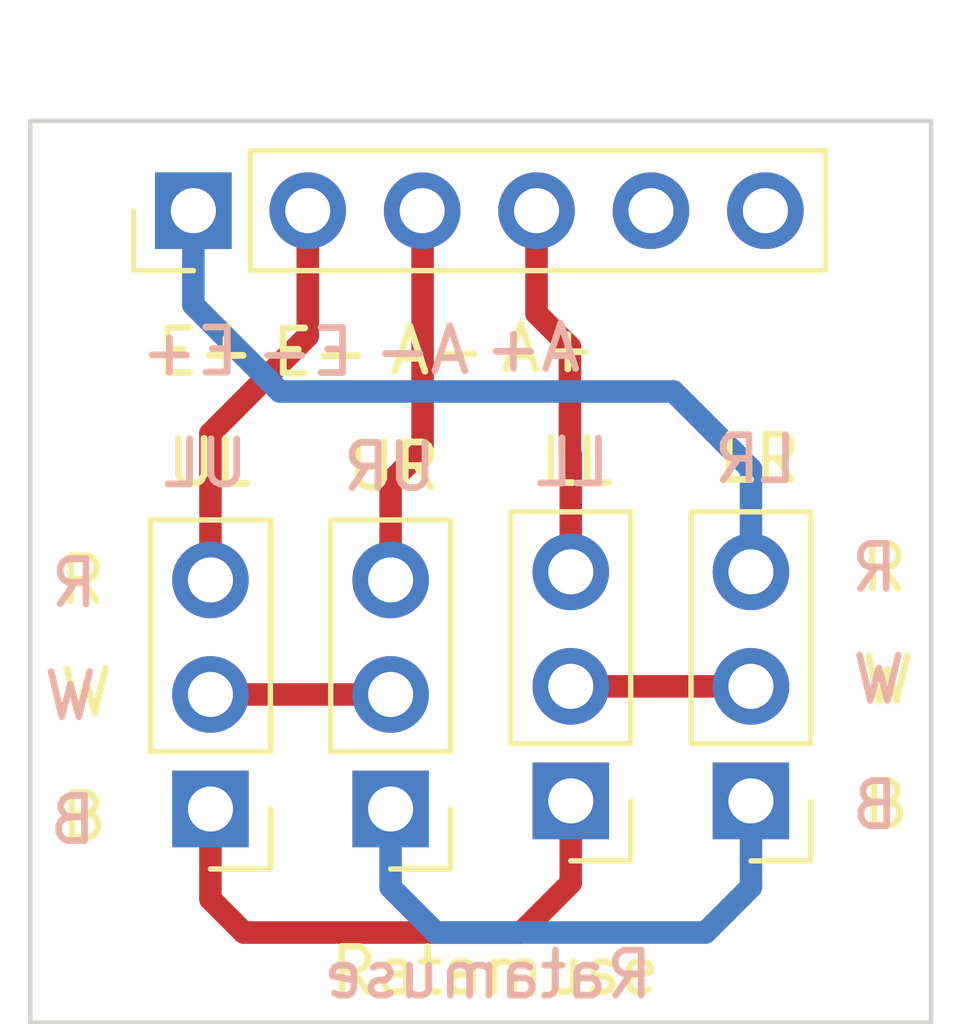
<source format=kicad_pcb>
(kicad_pcb (version 20221018) (generator pcbnew)
  (layers (0 "F.Cu" signal) (31 "B.Cu" signal) (34 "B.Paste" user) (35 "F.Paste" user) (36 "B.SilkS" user "B.Silkscreen") (37 "F.SilkS" user "F.Silkscreen") (38 "B.Mask" user) (39 "F.Mask" user) (44 "Edge.Cuts" user))
  (net 0 "")
  (net 1 "Net-(J1-Pin_1)")
  (net 2 "Net-(J1-Pin_2)")
  (net 3 "Net-(J1-Pin_3)")
  (net 4 "Net-(J2-Pin_1)")
  (net 5 "Net-(J2-Pin_3)")
  (net 6 "Net-(J2-Pin_4)")
  (net 8 "Net-(J3-Pin_1)")
  (net 9 "Net-(J4-Pin_2)")
  (footprint "Connector_PinHeader_2.54mm:PinHeader_1x03_P2.54mm_Vertical" (layer "F.Cu") (at 133 65.08 180)
    (fp_text reference "J4" hide)
    (fp_text value "Conn_01x03")
    (fp_line (start -1.33 -1.33) (end 0 -1.33) (stroke (width 0.12)) (layer "F.SilkS"))
    (fp_line (start -1.33 0) (end -1.33 -1.33) (stroke (width 0.12)) (layer "F.SilkS"))
    (fp_line (start -1.33 1.27) (end -1.33 6.41) (stroke (width 0.12)) (layer "F.SilkS"))
    (fp_line (start -1.33 1.27) (end 1.33 1.27) (stroke (width 0.12)) (layer "F.SilkS"))
    (fp_line (start -1.33 6.41) (end 1.33 6.41) (stroke (width 0.12)) (layer "F.SilkS"))
    (fp_line (start 1.33 1.27) (end 1.33 6.41) (stroke (width 0.12)) (layer "F.SilkS"))
    (pad "1" thru_hole rect (at 0 0 180) (size 1.7 1.7) (drill 1) (layers "*.Cu" "*.Mask") (net 1 "Net-(J1-Pin_1)"))
    (pad "2" thru_hole oval (at 0 2.54 180) (size 1.7 1.7) (drill 1) (layers "*.Cu" "*.Mask") (net 9 "Net-(J4-Pin_2)"))
    (pad "3" thru_hole oval (at 0 5.08 180) (size 1.7 1.7) (drill 1) (layers "*.Cu" "*.Mask") (net 6 "Net-(J2-Pin_4)"))
  )
  (footprint "Connector_PinHeader_2.54mm:PinHeader_1x03_P2.54mm_Vertical" (layer "F.Cu") (at 125 65.26 180)
    (fp_text reference "J1" hide)
    (fp_text value "Conn_01x03")
    (fp_line (start -1.33 -1.33) (end 0 -1.33) (stroke (width 0.12)) (layer "F.SilkS"))
    (fp_line (start -1.33 0) (end -1.33 -1.33) (stroke (width 0.12)) (layer "F.SilkS"))
    (fp_line (start -1.33 1.27) (end -1.33 6.41) (stroke (width 0.12)) (layer "F.SilkS"))
    (fp_line (start -1.33 1.27) (end 1.33 1.27) (stroke (width 0.12)) (layer "F.SilkS"))
    (fp_line (start -1.33 6.41) (end 1.33 6.41) (stroke (width 0.12)) (layer "F.SilkS"))
    (fp_line (start 1.33 1.27) (end 1.33 6.41) (stroke (width 0.12)) (layer "F.SilkS"))
    (pad "1" thru_hole rect (at 0 0 180) (size 1.7 1.7) (drill 1) (layers "*.Cu" "*.Mask") (net 1 "Net-(J1-Pin_1)"))
    (pad "2" thru_hole oval (at 0 2.54 180) (size 1.7 1.7) (drill 1) (layers "*.Cu" "*.Mask") (net 2 "Net-(J1-Pin_2)"))
    (pad "3" thru_hole oval (at 0 5.08 180) (size 1.7 1.7) (drill 1) (layers "*.Cu" "*.Mask") (net 3 "Net-(J1-Pin_3)"))
  )
  (footprint "Connector_PinHeader_2.54mm:PinHeader_1x06_P2.54mm_Vertical" (layer "F.Cu") (at 124.62 51.99 90)
    (fp_text reference "J2" hide)
    (fp_text value "Conn_01x06")
    (fp_line (start -1.33 -1.33) (end 0 -1.33) (stroke (width 0.12)) (layer "F.SilkS"))
    (fp_line (start -1.33 0) (end -1.33 -1.33) (stroke (width 0.12)) (layer "F.SilkS"))
    (fp_line (start -1.33 1.27) (end -1.33 14.03) (stroke (width 0.12)) (layer "F.SilkS"))
    (fp_line (start -1.33 1.27) (end 1.33 1.27) (stroke (width 0.12)) (layer "F.SilkS"))
    (fp_line (start -1.33 14.03) (end 1.33 14.03) (stroke (width 0.12)) (layer "F.SilkS"))
    (fp_line (start 1.33 1.27) (end 1.33 14.03) (stroke (width 0.12)) (layer "F.SilkS"))
    (pad "1" thru_hole rect (at 0 0 90) (size 1.7 1.7) (drill 1) (layers "*.Cu" "*.Mask") (net 4 "Net-(J2-Pin_1)"))
    (pad "2" thru_hole oval (at 0 2.54 90) (size 1.7 1.7) (drill 1) (layers "*.Cu" "*.Mask") (net 3 "Net-(J1-Pin_3)"))
    (pad "3" thru_hole oval (at 0 5.08 90) (size 1.7 1.7) (drill 1) (layers "*.Cu" "*.Mask") (net 5 "Net-(J2-Pin_3)"))
    (pad "4" thru_hole oval (at 0 7.62 90) (size 1.7 1.7) (drill 1) (layers "*.Cu" "*.Mask") (net 6 "Net-(J2-Pin_4)"))
    (pad "5" thru_hole oval (at 0 10.16 90) (size 1.7 1.7) (drill 1) (layers "*.Cu" "*.Mask"))
    (pad "6" thru_hole oval (at 0 12.7 90) (size 1.7 1.7) (drill 1) (layers "*.Cu" "*.Mask"))
  )
  (footprint "Connector_PinHeader_2.54mm:PinHeader_1x03_P2.54mm_Vertical" (layer "F.Cu") (at 137 65.08 180)
    (fp_text reference "J5" hide)
    (fp_text value "Conn_01x03")
    (fp_line (start -1.33 -1.33) (end 0 -1.33) (stroke (width 0.12)) (layer "F.SilkS"))
    (fp_line (start -1.33 0) (end -1.33 -1.33) (stroke (width 0.12)) (layer "F.SilkS"))
    (fp_line (start -1.33 1.27) (end -1.33 6.41) (stroke (width 0.12)) (layer "F.SilkS"))
    (fp_line (start -1.33 1.27) (end 1.33 1.27) (stroke (width 0.12)) (layer "F.SilkS"))
    (fp_line (start -1.33 6.41) (end 1.33 6.41) (stroke (width 0.12)) (layer "F.SilkS"))
    (fp_line (start 1.33 1.27) (end 1.33 6.41) (stroke (width 0.12)) (layer "F.SilkS"))
    (pad "1" thru_hole rect (at 0 0 180) (size 1.7 1.7) (drill 1) (layers "*.Cu" "*.Mask") (net 8 "Net-(J3-Pin_1)"))
    (pad "2" thru_hole oval (at 0 2.54 180) (size 1.7 1.7) (drill 1) (layers "*.Cu" "*.Mask") (net 9 "Net-(J4-Pin_2)"))
    (pad "3" thru_hole oval (at 0 5.08 180) (size 1.7 1.7) (drill 1) (layers "*.Cu" "*.Mask") (net 4 "Net-(J2-Pin_1)"))
  )
  (footprint "Connector_PinHeader_2.54mm:PinHeader_1x03_P2.54mm_Vertical" (layer "F.Cu") (at 129 65.26 180)
    (fp_text reference "J3" hide)
    (fp_text value "Conn_01x03")
    (fp_line (start -1.33 -1.33) (end 0 -1.33) (stroke (width 0.12)) (layer "F.SilkS"))
    (fp_line (start -1.33 0) (end -1.33 -1.33) (stroke (width 0.12)) (layer "F.SilkS"))
    (fp_line (start -1.33 1.27) (end -1.33 6.41) (stroke (width 0.12)) (layer "F.SilkS"))
    (fp_line (start -1.33 1.27) (end 1.33 1.27) (stroke (width 0.12)) (layer "F.SilkS"))
    (fp_line (start -1.33 6.41) (end 1.33 6.41) (stroke (width 0.12)) (layer "F.SilkS"))
    (fp_line (start 1.33 1.27) (end 1.33 6.41) (stroke (width 0.12)) (layer "F.SilkS"))
    (pad "1" thru_hole rect (at 0 0 180) (size 1.7 1.7) (drill 1) (layers "*.Cu" "*.Mask") (net 8 "Net-(J3-Pin_1)"))
    (pad "2" thru_hole oval (at 0 2.54 180) (size 1.7 1.7) (drill 1) (layers "*.Cu" "*.Mask") (net 2 "Net-(J1-Pin_2)"))
    (pad "3" thru_hole oval (at 0 5.08 180) (size 1.7 1.7) (drill 1) (layers "*.Cu" "*.Mask") (net 5 "Net-(J2-Pin_3)"))
  )
  (gr_line (start 141 50) (end 121 50) (stroke (width 0.1)) (layer "Edge.Cuts"))
  (gr_line (start 121 50) (end 121 70) (stroke (width 0.1)) (layer "Edge.Cuts"))
  (gr_line (start 121 70) (end 141 70) (stroke (width 0.1)) (layer "Edge.Cuts"))
  (gr_line (start 141 70) (end 141 50) (stroke (width 0.1)) (layer "Edge.Cuts"))
  (gr_text "W\n" (at 122.56 63.34) (layer "B.SilkS") (effects (font (size 1 1)) (justify left bottom mirror)))
  (gr_text "B" (at 122.54 66.09) (layer "B.SilkS") (effects (font (size 1 1)) (justify left bottom mirror)))
  (gr_text "A-" (at 128.549762 55.67) (layer "B.SilkS") (effects (font (size 1 1)) (justify right bottom mirror)))
  (gr_text "LR" (at 136.095476 58.09) (layer "B.SilkS") (effects (font (size 1 1)) (justify right bottom mirror)))
  (gr_text "A+" (at 131.009762 55.62) (layer "B.SilkS") (effects (font (size 1 1)) (justify right bottom mirror)))
  (gr_text "UR" (at 127.855476 58.26) (layer "B.SilkS") (effects (font (size 1 1)) (justify right bottom mirror)))
  (gr_text "E-" (at 125.929762 55.71) (layer "B.SilkS") (effects (font (size 1 1)) (justify right bottom mirror)))
  (gr_text "B" (at 140.35 65.76) (layer "B.SilkS") (effects (font (size 1 1)) (justify left bottom mirror)))
  (gr_text "LL" (at 132.135476 58.16) (layer "B.SilkS") (effects (font (size 1 1)) (justify right bottom mirror)))
  (gr_text "R" (at 140.34 60.5) (layer "B.SilkS") (effects (font (size 1 1)) (justify left bottom mirror)))
  (gr_text "E+" (at 123.369762 55.7) (layer "B.SilkS") (effects (font (size 1 1)) (justify right bottom mirror)))
  (gr_text "W\n" (at 140.51 62.98) (layer "B.SilkS") (effects (font (size 1 1)) (justify left bottom mirror)))
  (gr_text "UL" (at 123.865476 58.18) (layer "B.SilkS") (effects (font (size 1 1)) (justify right bottom mirror)))
  (gr_text "R" (at 122.57 60.84) (layer "B.SilkS") (effects (font (size 1 1)) (justify left bottom mirror)))
  (gr_text "Ratamuse" (at 134.9 69.52) (layer "B.SilkS") (effects (font (size 1 1)) (justify left bottom mirror)))
  (gr_text "UL" (at 123.95 58.17) (layer "F.SilkS") (effects (font (size 1 1)) (justify left bottom)))
  (gr_text "A+" (at 131.36 55.63) (layer "F.SilkS") (effects (font (size 1 1)) (justify left bottom)))
  (gr_text "E-" (at 126.28 55.72) (layer "F.SilkS") (effects (font (size 1 1)) (justify left bottom)))
  (gr_text "E+" (at 123.72 55.71) (layer "F.SilkS") (effects (font (size 1 1)) (justify left bottom)))
  (gr_text "R" (at 139.36 60.5) (layer "F.SilkS") (effects (font (size 1 1)) (justify left bottom)))
  (gr_text "LL" (at 132.22 58.15) (layer "F.SilkS") (effects (font (size 1 1)) (justify left bottom)))
  (gr_text "B" (at 139.39 65.75) (layer "F.SilkS") (effects (font (size 1 1)) (justify left bottom)))
  (gr_text "R" (at 121.56 60.77) (layer "F.SilkS") (effects (font (size 1 1)) (justify left bottom)))
  (gr_text "W\n" (at 139.37 63) (layer "F.SilkS") (effects (font (size 1 1)) (justify left bottom)))
  (gr_text "A-" (at 128.9 55.68) (layer "F.SilkS") (effects (font (size 1 1)) (justify left bottom)))
  (gr_text "Ratamuse" (at 127.58 69.44) (layer "F.SilkS") (effects (font (size 1 1)) (justify left bottom)))
  (gr_text "UR" (at 127.94 58.25) (layer "F.SilkS") (effects (font (size 1 1)) (justify left bottom)))
  (gr_text "W\n" (at 121.57 63.27) (layer "F.SilkS") (effects (font (size 1 1)) (justify left bottom)))
  (gr_text "LR" (at 136.18 58.08) (layer "F.SilkS") (effects (font (size 1 1)) (justify left bottom)))
  (gr_text "B" (at 121.59 66.02) (layer "F.SilkS") (effects (font (size 1 1)) (justify left bottom)))
  (segment (start 125 67.26) (end 125.74 68) (width 0.5) (layer "F.Cu") (net 1))
  (segment (start 125.74 68) (end 131.9 68) (width 0.5) (layer "F.Cu") (net 1))
  (segment (start 133 66.9) (end 133 65.08) (width 0.5) (layer "F.Cu") (net 1))
  (segment (start 131.9 68) (end 133 66.9) (width 0.5) (layer "F.Cu") (net 1))
  (segment (start 125 65.26) (end 125 67.26) (width 0.5) (layer "F.Cu") (net 1))
  (segment (start 125 62.72) (end 129 62.72) (width 0.5) (layer "F.Cu") (net 2))
  (segment (start 127.16 54.77) (end 125 56.93) (width 0.5) (layer "F.Cu") (net 3))
  (segment (start 127.16 51.99) (end 127.16 54.77) (width 0.5) (layer "F.Cu") (net 3))
  (segment (start 125 56.93) (end 125 60.18) (width 0.5) (layer "F.Cu") (net 3))
  (segment (start 126.54 56) (end 124.62 54.08) (width 0.5) (layer "B.Cu") (net 4))
  (segment (start 137 60) (end 137 57.72) (width 0.5) (layer "B.Cu") (net 4))
  (segment (start 135.28 56) (end 126.54 56) (width 0.5) (layer "B.Cu") (net 4))
  (segment (start 137 57.72) (end 135.28 56) (width 0.5) (layer "B.Cu") (net 4))
  (segment (start 124.62 54.08) (end 124.62 51.99) (width 0.5) (layer "B.Cu") (net 4))
  (segment (start 129 58) (end 129.71 57.29) (width 0.5) (layer "F.Cu") (net 5))
  (segment (start 129.71 57.29) (end 129.71 52) (width 0.5) (layer "F.Cu") (net 5))
  (segment (start 129 60.18) (end 129 58) (width 0.5) (layer "F.Cu") (net 5))
  (segment (start 129.71 52) (end 129.7 51.99) (width 0.5) (layer "F.Cu") (net 5))
  (segment (start 133 57.4) (end 132.98 57.38) (width 0.5) (layer "F.Cu") (net 6))
  (segment (start 132.98 55.01) (end 132.24 54.27) (width 0.5) (layer "F.Cu") (net 6))
  (segment (start 132.98 57.38) (end 132.98 55.01) (width 0.5) (layer "F.Cu") (net 6))
  (segment (start 133 60) (end 133 57.4) (width 0.5) (layer "F.Cu") (net 6))
  (segment (start 132.24 54.27) (end 132.24 51.99) (width 0.5) (layer "F.Cu") (net 6))
  (segment (start 130 68) (end 135.99 68) (width 0.5) (layer "B.Cu") (net 8))
  (segment (start 137 66.99) (end 137 65.08) (width 0.5) (layer "B.Cu") (net 8))
  (segment (start 129 65.26) (end 129 67) (width 0.5) (layer "B.Cu") (net 8))
  (segment (start 135.99 68) (end 137 66.99) (width 0.5) (layer "B.Cu") (net 8))
  (segment (start 129 67) (end 130 68) (width 0.5) (layer "B.Cu") (net 8))
  (segment (start 133 62.54) (end 137 62.54) (width 0.5) (layer "F.Cu") (net 9))
)
</source>
